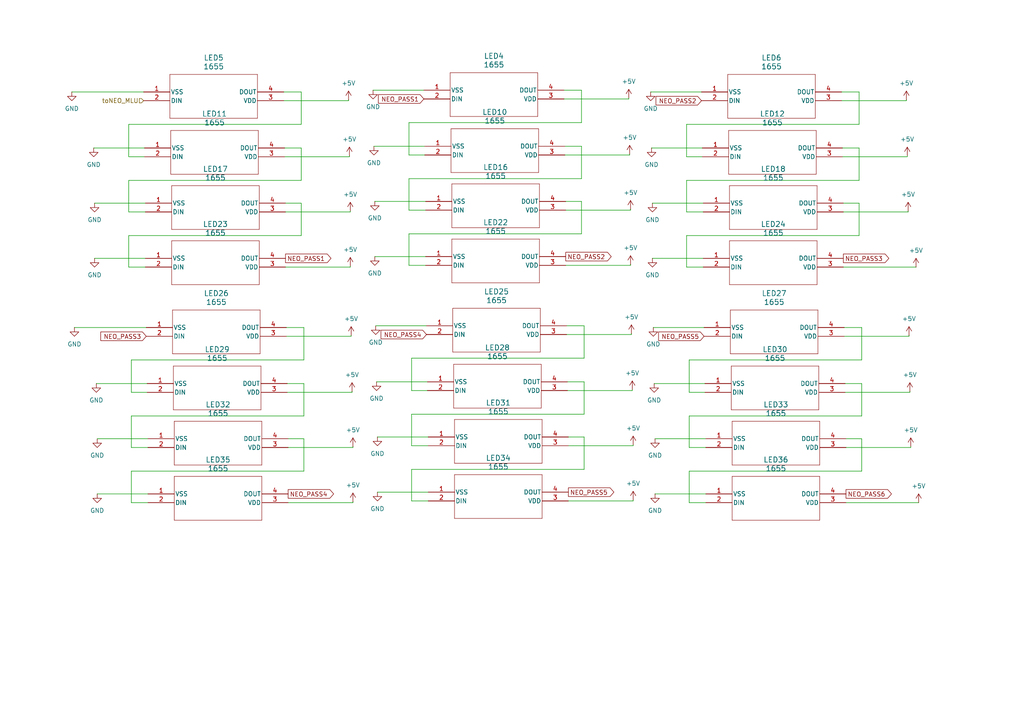
<source format=kicad_sch>
(kicad_sch (version 20231120) (generator "eeschema") (generator_version "8.0")
  (paper "A4")
  (lib_symbols
    (symbol "1655_1" (pin_names (offset 0.254))
      (property "Reference" "LED" (at 20.32 10.16 0))
      (property "Value" "1655" (at 20.32 7.62 0))
      (symbol "1655_1_0_1"
        (polyline (pts (xy 7.62 -7.62) (xy 33.02 -7.62)) (stroke (width 0.127)))
        (polyline (pts (xy 7.62 5.08) (xy 7.62 -7.62)) (stroke (width 0.127)))
        (polyline (pts (xy 33.02 -7.62) (xy 33.02 5.08)) (stroke (width 0.127)))
        (polyline (pts (xy 33.02 5.08) (xy 7.62 5.08)) (stroke (width 0.127)))
      )
      (symbol "1655_1_1_1"
        (pin unspecified line (at 0 0 0) (length 7.62) (name "VSS") (number "1"))
        (pin unspecified line (at 0 -2.54 0) (length 7.62) (name "DIN") (number "2"))
        (pin unspecified line (at 40.64 -2.54 180) (length 7.62) (name "VDD") (number "3"))
        (pin unspecified line (at 40.64 0 180) (length 7.62) (name "DOUT") (number "4"))
      )
    )
    (symbol "power:+5V" (power) (pin_numbers hide) (pin_names (offset 0) hide)
      (property "Value" "+5V" (at 0 3.556 0))
      (symbol "+5V_0_1"
        (polyline (pts (xy -0.762 1.27) (xy 0 2.54)))
        (polyline (pts (xy 0 0) (xy 0 2.54)))
        (polyline (pts (xy 0 2.54) (xy 0.762 1.27)))
      )
      (symbol "+5V_1_1"
        (pin power_in line (at 0 0 90) (length 0) (name "~") (number "1"))
      )
    )
    (symbol "power:GND" (power) (pin_numbers hide) (pin_names (offset 0) hide)
      (property "Value" "GND" (at 0 -3.81 0))
      (symbol "GND_0_1"
        (polyline (pts (xy 0 0) (xy 0 -1.27) (xy 1.27 -1.27) (xy 0 -2.54) (xy -1.27 -1.27) (xy 0 -1.27)))
      )
      (symbol "GND_1_1"
        (pin power_in line (at 0 0 270) (length 0) (name "~") (number "1"))
      )
    )
  )
  (wire (pts (xy 119.38 113.284) (xy 123.952 113.284)))
  (wire (pts (xy 183.642 145.034) (xy 183.642 145.288)))
  (wire (pts (xy 182.626 44.704) (xy 182.626 44.958)))
  (wire (pts (xy 168.656 51.816) (xy 118.618 51.816)))
  (wire (pts (xy 82.804 58.928) (xy 87.376 58.928)))
  (wire (pts (xy 387.858 55.118) (xy 402.59 55.118)))
  (wire (pts (xy 101.346 45.212) (xy 101.346 45.466)))
  (wire (pts (xy 169.418 103.886) (xy 119.38 103.886)))
  (wire (pts (xy 544.83 74.168) (xy 523.748 74.168)))
  (wire (pts (xy 244.348 42.926) (xy 249.174 42.926)))
  (wire (pts (xy 183.642 129.032) (xy 183.642 129.286)))
  (wire (pts (xy 468.376 71.628) (xy 483.108 71.628)))
  (wire (pts (xy 462.026 57.658) (xy 443.23 57.658)))
  (wire (pts (xy 199.898 120.65) (xy 199.898 129.794)))
  (wire (pts (xy 183.388 113.03) (xy 183.388 113.284)))
  (wire (pts (xy 182.88 76.962) (xy 164.084 76.962)))
  (wire (pts (xy 264.16 129.54) (xy 264.16 129.794)))
  (wire (pts (xy 249.174 26.67) (xy 249.174 36.068)))
  (wire (pts (xy 461.772 41.402) (xy 461.772 41.656)))
  (wire (pts (xy 380.746 73.914) (xy 380.746 74.168)))
  (wire (pts (xy 461.772 41.656) (xy 442.976 41.656)))
  (wire (pts (xy 316.484 58.166) (xy 321.31 58.166)))
  (wire (pts (xy 164.084 58.42) (xy 168.656 58.42)))
  (wire (pts (xy 478.282 49.022) (xy 478.282 58.166)))
  (wire (pts (xy 397.764 32.258) (xy 397.764 41.656)))
  (wire (pts (xy 316.484 42.164) (xy 321.056 42.164)))
  (wire (pts (xy 88.138 104.394) (xy 38.1 104.394)))
  (wire (pts (xy 263.398 61.214) (xy 263.398 61.468)))
  (wire (pts (xy 299.974 23.368) (xy 320.802 23.368)))
  (wire (pts (xy 462.026 57.404) (xy 462.026 57.658)))
  (wire (pts (xy 189.992 127.254) (xy 204.724 127.254)))
  (wire (pts (xy 182.88 76.708) (xy 182.88 76.962)))
  (wire (pts (xy 82.55 42.926) (xy 87.376 42.926)))
  (wire (pts (xy 119.38 120.142) (xy 119.38 129.286)))
  (wire (pts (xy 189.23 74.93) (xy 203.962 74.93)))
  (wire (pts (xy 366.522 55.626) (xy 366.522 65.024)))
  (wire (pts (xy 249.174 26.67) (xy 244.094 26.67)))
  (wire (pts (xy 108.204 26.162) (xy 122.936 26.162)))
  (wire (pts (xy 164.592 110.744) (xy 169.418 110.744)))
  (wire (pts (xy 462.026 73.406) (xy 462.026 73.66)))
  (wire (pts (xy 37.338 52.324) (xy 37.338 61.468)))
  (wire (pts (xy 169.418 94.488) (xy 169.418 103.886)))
  (wire (pts (xy 88.138 120.65) (xy 38.1 120.65)))
  (wire (pts (xy 20.828 26.67) (xy 41.656 26.67)))
  (wire (pts (xy 397.764 41.656) (xy 402.336 41.656)))
  (wire (pts (xy 119.38 103.886) (xy 119.38 113.284)))
  (wire (pts (xy 263.906 113.792) (xy 245.11 113.792)))
  (wire (pts (xy 316.484 65.024) (xy 316.484 74.168)))
  (wire (pts (xy 199.898 129.794) (xy 204.724 129.794)))
  (wire (pts (xy 183.642 145.288) (xy 164.846 145.288)))
  (wire (pts (xy 316.484 74.168) (xy 321.31 74.168)))
  (wire (pts (xy 262.89 28.956) (xy 262.89 29.21)))
  (wire (pts (xy 199.136 36.068) (xy 199.136 45.466)))
  (wire (pts (xy 28.194 127.254) (xy 42.926 127.254)))
  (wire (pts (xy 306.578 71.628) (xy 321.31 71.628)))
  (wire (pts (xy 542.036 25.908) (xy 523.24 25.908)))
  (wire (pts (xy 199.898 113.792) (xy 204.47 113.792)))
  (wire (pts (xy 168.656 35.56) (xy 118.618 35.56)))
  (wire (pts (xy 87.376 36.068) (xy 37.338 36.068)))
  (wire (pts (xy 88.138 136.652) (xy 38.1 136.652)))
  (wire (pts (xy 366.522 32.766) (xy 316.484 32.766)))
  (wire (pts (xy 542.544 58.166) (xy 523.748 58.166)))
  (wire (pts (xy 249.936 120.65) (xy 199.898 120.65)))
  (wire (pts (xy 164.846 126.746) (xy 169.418 126.746)))
  (wire (pts (xy 101.346 45.466) (xy 82.55 45.466)))
  (wire (pts (xy 101.854 97.282) (xy 101.854 97.536)))
  (wire (pts (xy 447.802 39.116) (xy 447.802 48.514)))
  (wire (pts (xy 447.802 55.118) (xy 447.802 64.516)))
  (wire (pts (xy 306.578 55.626) (xy 321.31 55.626)))
  (wire (pts (xy 523.748 55.626) (xy 528.32 55.626)))
  (wire (pts (xy 265.684 77.47) (xy 244.602 77.47)))
  (wire (pts (xy 442.976 39.116) (xy 447.802 39.116)))
  (wire (pts (xy 38.1 120.65) (xy 38.1 129.794)))
  (wire (pts (xy 37.338 68.326) (xy 37.338 77.47)))
  (wire (pts (xy 21.59 94.996) (xy 42.418 94.996)))
  (wire (pts (xy 366.522 39.624) (xy 366.522 49.022)))
  (wire (pts (xy 88.138 111.252) (xy 88.138 120.65)))
  (wire (pts (xy 528.32 65.024) (xy 478.282 65.024)))
  (wire (pts (xy 169.418 136.144) (xy 119.38 136.144)))
  (wire (pts (xy 183.642 129.286) (xy 164.846 129.286)))
  (wire (pts (xy 263.906 113.538) (xy 263.906 113.792)))
  (wire (pts (xy 249.936 136.652) (xy 199.898 136.652)))
  (wire (pts (xy 478.282 32.766) (xy 478.282 42.164)))
  (wire (pts (xy 118.618 76.962) (xy 123.444 76.962)))
  (wire (pts (xy 37.338 77.47) (xy 42.164 77.47)))
  (wire (pts (xy 366.522 23.368) (xy 361.442 23.368)))
  (wire (pts (xy 199.136 77.47) (xy 203.962 77.47)))
  (wire (pts (xy 199.898 136.652) (xy 199.898 145.796)))
  (wire (pts (xy 249.936 94.996) (xy 249.936 104.394)))
  (wire (pts (xy 38.1 104.394) (xy 38.1 113.792)))
  (wire (pts (xy 366.522 23.368) (xy 366.522 32.766)))
  (wire (pts (xy 468.122 39.624) (xy 482.854 39.624)))
  (wire (pts (xy 168.656 67.818) (xy 118.618 67.818)))
  (wire (pts (xy 380.746 74.168) (xy 361.95 74.168)))
  (wire (pts (xy 102.362 145.796) (xy 83.566 145.796)))
  (wire (pts (xy 397.764 73.66) (xy 402.59 73.66)))
  (wire (pts (xy 249.174 52.324) (xy 199.136 52.324)))
  (wire (pts (xy 523.494 39.624) (xy 528.32 39.624)))
  (wire (pts (xy 397.764 57.658) (xy 402.59 57.658)))
  (wire (pts (xy 169.418 120.142) (xy 119.38 120.142)))
  (wire (pts (xy 101.854 97.536) (xy 83.058 97.536)))
  (wire (pts (xy 249.174 36.068) (xy 199.136 36.068)))
  (wire (pts (xy 380.492 41.91) (xy 380.492 42.164)))
  (wire (pts (xy 37.338 45.466) (xy 41.91 45.466)))
  (wire (pts (xy 387.35 22.86) (xy 402.082 22.86)))
  (wire (pts (xy 101.092 29.21) (xy 82.296 29.21)))
  (wire (pts (xy 189.738 111.252) (xy 204.47 111.252)))
  (wire (pts (xy 101.6 77.47) (xy 82.804 77.47)))
  (wire (pts (xy 387.858 71.12) (xy 402.59 71.12)))
  (wire (pts (xy 528.32 55.626) (xy 528.32 65.024)))
  (wire (pts (xy 118.618 67.818) (xy 118.618 76.962)))
  (wire (pts (xy 38.1 136.652) (xy 38.1 145.796)))
  (wire (pts (xy 380.492 42.164) (xy 361.696 42.164)))
  (wire (pts (xy 306.324 39.624) (xy 321.056 39.624)))
  (wire (pts (xy 542.29 42.164) (xy 523.494 42.164)))
  (wire (pts (xy 528.32 49.022) (xy 478.282 49.022)))
  (wire (pts (xy 108.458 42.418) (xy 123.19 42.418)))
  (wire (pts (xy 119.38 129.286) (xy 124.206 129.286)))
  (wire (pts (xy 28.194 143.256) (xy 42.926 143.256)))
  (wire (pts (xy 478.282 42.164) (xy 482.854 42.164)))
  (wire (pts (xy 118.618 35.56) (xy 118.618 44.958)))
  (wire (pts (xy 183.134 97.028) (xy 164.338 97.028)))
  (wire (pts (xy 263.652 97.536) (xy 244.856 97.536)))
  (wire (pts (xy 478.282 74.168) (xy 483.108 74.168)))
  (wire (pts (xy 249.936 94.996) (xy 244.856 94.996)))
  (wire (pts (xy 263.144 45.212) (xy 263.144 45.466)))
  (wire (pts (xy 249.174 42.926) (xy 249.174 52.324)))
  (wire (pts (xy 528.32 23.368) (xy 523.24 23.368)))
  (wire (pts (xy 108.966 94.488) (xy 123.698 94.488)))
  (wire (pts (xy 102.362 129.794) (xy 83.566 129.794)))
  (wire (pts (xy 263.652 97.282) (xy 263.652 97.536)))
  (wire (pts (xy 443.23 55.118) (xy 447.802 55.118)))
  (wire (pts (xy 249.936 111.252) (xy 249.936 120.65)))
  (wire (pts (xy 119.38 145.288) (xy 124.206 145.288)))
  (wire (pts (xy 542.544 57.912) (xy 542.544 58.166)))
  (wire (pts (xy 245.11 111.252) (xy 249.936 111.252)))
  (wire (pts (xy 182.626 44.958) (xy 163.83 44.958)))
  (wire (pts (xy 182.372 28.702) (xy 163.576 28.702)))
  (wire (pts (xy 249.936 104.394) (xy 199.898 104.394)))
  (wire (pts (xy 119.38 136.144) (xy 119.38 145.288)))
  (wire (pts (xy 109.22 110.744) (xy 123.952 110.744)))
  (wire (pts (xy 83.312 111.252) (xy 88.138 111.252)))
  (wire (pts (xy 266.446 145.796) (xy 245.364 145.796)))
  (wire (pts (xy 264.16 129.794) (xy 245.364 129.794)))
  (wire (pts (xy 27.94 111.252) (xy 42.672 111.252)))
  (wire (pts (xy 199.136 45.466) (xy 203.708 45.466)))
  (wire (pts (xy 397.764 48.514) (xy 397.764 57.658)))
  (wire (pts (xy 27.432 74.93) (xy 42.164 74.93)))
  (wire (pts (xy 189.992 143.256) (xy 204.724 143.256)))
  (wire (pts (xy 380.746 58.166) (xy 361.95 58.166)))
  (wire (pts (xy 169.418 126.746) (xy 169.418 136.144)))
  (wire (pts (xy 183.388 113.284) (xy 164.592 113.284)))
  (wire (pts (xy 361.696 39.624) (xy 366.522 39.624)))
  (wire (pts (xy 169.418 94.488) (xy 164.338 94.488)))
  (wire (pts (xy 108.712 58.42) (xy 123.444 58.42)))
  (wire (pts (xy 199.136 68.326) (xy 199.136 77.47)))
  (wire (pts (xy 87.376 26.67) (xy 82.296 26.67)))
  (wire (pts (xy 38.1 113.792) (xy 42.672 113.792)))
  (wire (pts (xy 168.656 42.418) (xy 168.656 51.816)))
  (wire (pts (xy 88.138 94.996) (xy 88.138 104.394)))
  (wire (pts (xy 542.036 25.654) (xy 542.036 25.908)))
  (wire (pts (xy 168.656 58.42) (xy 168.656 67.818)))
  (wire (pts (xy 87.376 42.926) (xy 87.376 52.324)))
  (wire (pts (xy 199.136 61.468) (xy 203.962 61.468)))
  (wire (pts (xy 447.802 48.514) (xy 397.764 48.514)))
  (wire (pts (xy 189.484 94.996) (xy 204.216 94.996)))
  (wire (pts (xy 109.474 126.746) (xy 124.206 126.746)))
  (wire (pts (xy 188.722 26.67) (xy 203.454 26.67)))
  (wire (pts (xy 380.746 57.912) (xy 380.746 58.166)))
  (wire (pts (xy 316.484 49.022) (xy 316.484 58.166)))
  (wire (pts (xy 188.976 42.926) (xy 203.708 42.926)))
  (wire (pts (xy 199.898 145.796) (xy 204.724 145.796)))
  (wire (pts (xy 101.6 77.216) (xy 101.6 77.47)))
  (wire (pts (xy 27.432 58.928) (xy 42.164 58.928)))
  (wire (pts (xy 118.618 44.958) (xy 123.19 44.958)))
  (wire (pts (xy 447.802 32.258) (xy 397.764 32.258)))
  (wire (pts (xy 102.362 145.542) (xy 102.362 145.796)))
  (wire (pts (xy 397.764 64.516) (xy 397.764 73.66)))
  (wire (pts (xy 447.802 64.516) (xy 397.764 64.516)))
  (wire (pts (xy 249.174 58.928) (xy 249.174 68.326)))
  (wire (pts (xy 182.88 60.96) (xy 164.084 60.96)))
  (wire (pts (xy 168.656 26.162) (xy 163.576 26.162)))
  (wire (pts (xy 38.1 129.794) (xy 42.926 129.794)))
  (wire (pts (xy 468.376 55.626) (xy 483.108 55.626)))
  (wire (pts (xy 182.88 60.706) (xy 182.88 60.96)))
  (wire (pts (xy 102.362 129.54) (xy 102.362 129.794)))
  (wire (pts (xy 87.376 26.67) (xy 87.376 36.068)))
  (wire (pts (xy 38.1 145.796) (xy 42.926 145.796)))
  (wire (pts (xy 199.136 52.324) (xy 199.136 61.468)))
  (wire (pts (xy 462.026 73.66) (xy 443.23 73.66)))
  (wire (pts (xy 87.376 52.324) (xy 37.338 52.324)))
  (wire (pts (xy 102.108 113.792) (xy 83.312 113.792)))
  (wire (pts (xy 101.6 61.214) (xy 101.6 61.468)))
  (wire (pts (xy 169.418 110.744) (xy 169.418 120.142)))
  (wire (pts (xy 101.6 61.468) (xy 82.804 61.468)))
  (wire (pts (xy 88.138 94.996) (xy 83.058 94.996)))
  (wire (pts (xy 87.376 68.326) (xy 37.338 68.326)))
  (wire (pts (xy 380.238 25.908) (xy 361.442 25.908)))
  (wire (pts (xy 467.868 23.368) (xy 482.6 23.368)))
  (wire (pts (xy 528.32 23.368) (xy 528.32 32.766)))
  (wire (pts (xy 244.602 58.928) (xy 249.174 58.928)))
  (wire (pts (xy 461.518 25.146) (xy 461.518 25.4)))
  (wire (pts (xy 528.32 32.766) (xy 478.282 32.766)))
  (wire (pts (xy 245.364 127.254) (xy 249.936 127.254)))
  (wire (pts (xy 461.518 25.4) (xy 442.722 25.4)))
  (wire (pts (xy 447.802 22.86) (xy 442.722 22.86)))
  (wire (pts (xy 447.802 22.86) (xy 447.802 32.258)))
  (wire (pts (xy 199.898 104.394) (xy 199.898 113.792)))
  (wire (pts (xy 83.566 127.254) (xy 88.138 127.254)))
  (wire (pts (xy 478.282 65.024) (xy 478.282 74.168)))
  (wire (pts (xy 366.522 65.024) (xy 316.484 65.024)))
  (wire (pts (xy 249.174 68.326) (xy 199.136 68.326)))
  (wire (pts (xy 263.398 61.468) (xy 244.602 61.468)))
  (wire (pts (xy 118.618 51.816) (xy 118.618 60.96)))
  (wire (pts (xy 316.484 32.766) (xy 316.484 42.164)))
  (wire (pts (xy 361.95 55.626) (xy 366.522 55.626)))
  (wire (pts (xy 101.092 28.956) (xy 101.092 29.21)))
  (wire (pts (xy 366.522 49.022) (xy 316.484 49.022)))
  (wire (pts (xy 263.144 45.466) (xy 244.348 45.466)))
  (wire (pts (xy 87.376 58.928) (xy 87.376 68.326)))
  (wire (pts (xy 262.89 29.21) (xy 244.094 29.21)))
  (wire (pts (xy 102.108 113.538) (xy 102.108 113.792)))
  (wire (pts (xy 478.282 58.166) (xy 483.108 58.166)))
  (wire (pts (xy 168.656 26.162) (xy 168.656 35.56)))
  (wire (pts (xy 118.618 60.96) (xy 123.444 60.96)))
  (wire (pts (xy 37.338 61.468) (xy 42.164 61.468)))
  (wire (pts (xy 542.29 41.91) (xy 542.29 42.164)))
  (wire (pts (xy 182.372 28.448) (xy 182.372 28.702)))
  (wire (pts (xy 108.712 74.422) (xy 123.444 74.422)))
  (wire (pts (xy 88.138 127.254) (xy 88.138 136.652)))
  (wire (pts (xy 387.604 39.116) (xy 402.336 39.116)))
  (wire (pts (xy 183.134 96.774) (xy 183.134 97.028)))
  (wire (pts (xy 27.178 42.926) (xy 41.91 42.926)))
  (wire (pts (xy 189.23 58.928) (xy 203.962 58.928)))
  (wire (pts (xy 528.32 39.624) (xy 528.32 49.022)))
  (wire (pts (xy 163.83 42.418) (xy 168.656 42.418)))
  (wire (pts (xy 37.338 36.068) (xy 37.338 45.466)))
  (wire (pts (xy 109.474 142.748) (xy 124.206 142.748)))
  (wire (pts (xy 380.238 25.654) (xy 380.238 25.908)))
  (wire (pts (xy 249.936 127.254) (xy 249.936 136.652)))
  (global_label "NEO_PASS5" (shape output) (at 164.846 142.748 0) (property "Intersheetrefs" "${INTERSHEET_REFS}" (effects (hide yes))))
  (global_label "NEO_PASS7" (shape input) (at 402.082 25.4 180) (property "Intersheetrefs" "${INTERSHEET_REFS}" (effects (hide yes))))
  (global_label "NEO_PASS2" (shape output) (at 164.084 74.422 0) (property "Intersheetrefs" "${INTERSHEET_REFS}" (effects (hide yes))))
  (global_label "NEO_PASS1" (shape output) (at 82.804 74.93 0) (property "Intersheetrefs" "${INTERSHEET_REFS}" (effects (hide yes))))
  (global_label "NEO_PASS7" (shape output) (at 361.95 71.628 0) (property "Intersheetrefs" "${INTERSHEET_REFS}" (effects (hide yes))))
  (global_label "NEO_PASS2" (shape input) (at 203.454 29.21 180) (property "Intersheetrefs" "${INTERSHEET_REFS}" (effects (hide yes))))
  (global_label "NEO_PASS8" (shape output) (at 443.23 71.12 0) (property "Intersheetrefs" "${INTERSHEET_REFS}" (effects (hide yes))))
  (global_label "NEO_PASS4" (shape output) (at 83.566 143.256 0) (property "Intersheetrefs" "${INTERSHEET_REFS}" (effects (hide yes))))
  (global_label "NEO_PASS3" (shape output) (at 244.602 74.93 0) (property "Intersheetrefs" "${INTERSHEET_REFS}" (effects (hide yes))))
  (global_label "NEO_PASS6" (shape output) (at 245.364 143.256 0) (property "Intersheetrefs" "${INTERSHEET_REFS}" (effects (hide yes))))
  (global_label "NEO_PASS4" (shape input) (at 123.698 97.028 180) (property "Intersheetrefs" "${INTERSHEET_REFS}" (effects (hide yes))))
  (global_label "NEO_PASS8" (shape input) (at 482.6 25.908 180) (property "Intersheetrefs" "${INTERSHEET_REFS}" (effects (hide yes))))
  (global_label "NEO_PASS1" (shape input) (at 122.936 28.702 180) (property "Intersheetrefs" "${INTERSHEET_REFS}" (effects (hide yes))))
  (global_label "NEO_PASS5" (shape input) (at 204.216 97.536 180) (property "Intersheetrefs" "${INTERSHEET_REFS}" (effects (hide yes))))
  (global_label "NEO_PASS3" (shape input) (at 42.418 97.536 180) (property "Intersheetrefs" "${INTERSHEET_REFS}" (effects (hide yes))))
  (global_label "NEO_PASS6" (shape input) (at 320.802 25.908 180) (property "Intersheetrefs" "${INTERSHEET_REFS}" (effects (hide yes))))
  (hierarchical_label "toNEO_MLU" (shape input) (at 41.656 29.21 180))
  (hierarchical_label "outNEO_MLU" (shape output) (at 523.748 71.628 0))
  (symbol (lib_id "power:+5V") (at 183.388 113.03 0) (unit 1)
    (property "Reference" "#PWR0122" (effects (hide yes)))
    (property "Value" "+5V" (at 183.388 108.204 0))
    (property "Description" "Power symbol creates a global label with name \"+5V\"" (effects (hide yes)))
  )
  (symbol (lib_id "power:GND") (at 468.376 55.626 0) (unit 1)
    (property "Reference" "#PWR091" (effects (hide yes)))
    (property "Value" "GND" (at 468.376 60.452 0))
    (property "Description" "Power symbol creates a global label with name \"GND\" , ground" (effects (hide yes)))
  )
  (symbol (lib_name "1655_1") (lib_id "Imported_Symbols:1655") (at 402.59 55.118 0) (unit 1)
    (property "Reference" "LED13" (at 422.91 45.212 0) (effects (font (size 1.524 1.524))))
    (property "Value" "1655" (at 422.91 47.752 0) (effects (font (size 1.524 1.524))))
    (property "Footprint" "LED_SMD:LED_LiteOn_LTST-E563C_PLCC4_5.0x5.0mm_P3.2mm_HandSoldering" (effects (hide yes)))
    (property "Datasheet" "1655" (effects (hide yes)))
  )
  (symbol (lib_name "1655_1") (lib_id "Imported_Symbols:1655") (at 321.31 71.628 0) (unit 1)
    (property "Reference" "LED20" (at 341.63 61.722 0) (effects (font (size 1.524 1.524))))
    (property "Value" "1655" (at 341.63 64.262 0) (effects (font (size 1.524 1.524))))
    (property "Footprint" "LED_SMD:LED_LiteOn_LTST-E563C_PLCC4_5.0x5.0mm_P3.2mm_HandSoldering" (effects (hide yes)))
    (property "Datasheet" "1655" (effects (hide yes)))
  )
  (symbol (lib_id "power:GND") (at 108.712 58.42 0) (unit 1)
    (property "Reference" "#PWR095" (effects (hide yes)))
    (property "Value" "GND" (at 108.712 63.246 0))
    (property "Description" "Power symbol creates a global label with name \"GND\" , ground" (effects (hide yes)))
  )
  (symbol (lib_name "1655_1") (lib_id "Imported_Symbols:1655") (at 124.206 142.748 0) (unit 1)
    (property "Reference" "LED34" (at 144.526 132.842 0) (effects (font (size 1.524 1.524))))
    (property "Value" "1655" (at 144.526 135.382 0) (effects (font (size 1.524 1.524))))
    (property "Footprint" "LED_SMD:LED_LiteOn_LTST-E563C_PLCC4_5.0x5.0mm_P3.2mm_HandSoldering" (effects (hide yes)))
    (property "Datasheet" "1655" (effects (hide yes)))
  )
  (symbol (lib_id "power:+5V") (at 380.492 41.91 0) (unit 1)
    (property "Reference" "#PWR081" (effects (hide yes)))
    (property "Value" "+5V" (at 380.492 37.084 0))
    (property "Description" "Power symbol creates a global label with name \"+5V\"" (effects (hide yes)))
  )
  (symbol (lib_name "1655_1") (lib_id "Imported_Symbols:1655") (at 42.926 143.256 0) (unit 1)
    (property "Reference" "LED35" (at 63.246 133.35 0) (effects (font (size 1.524 1.524))))
    (property "Value" "1655" (at 63.246 135.89 0) (effects (font (size 1.524 1.524))))
    (property "Footprint" "LED_SMD:LED_LiteOn_LTST-E563C_PLCC4_5.0x5.0mm_P3.2mm_HandSoldering" (effects (hide yes)))
    (property "Datasheet" "1655" (effects (hide yes)))
  )
  (symbol (lib_name "1655_1") (lib_id "Imported_Symbols:1655") (at 204.724 127.254 0) (unit 1)
    (property "Reference" "LED33" (at 225.044 117.348 0) (effects (font (size 1.524 1.524))))
    (property "Value" "1655" (at 225.044 119.888 0) (effects (font (size 1.524 1.524))))
    (property "Footprint" "LED_SMD:LED_LiteOn_LTST-E563C_PLCC4_5.0x5.0mm_P3.2mm_HandSoldering" (effects (hide yes)))
    (property "Datasheet" "1655" (effects (hide yes)))
  )
  (symbol (lib_name "1655_1") (lib_id "Imported_Symbols:1655") (at 124.206 126.746 0) (unit 1)
    (property "Reference" "LED31" (at 144.526 116.84 0) (effects (font (size 1.524 1.524))))
    (property "Value" "1655" (at 144.526 119.38 0) (effects (font (size 1.524 1.524))))
    (property "Footprint" "LED_SMD:LED_LiteOn_LTST-E563C_PLCC4_5.0x5.0mm_P3.2mm_HandSoldering" (effects (hide yes)))
    (property "Datasheet" "1655" (effects (hide yes)))
  )
  (symbol (lib_id "power:GND") (at 28.194 127.254 0) (unit 1)
    (property "Reference" "#PWR0126" (effects (hide yes)))
    (property "Value" "GND" (at 28.194 132.08 0))
    (property "Description" "Power symbol creates a global label with name \"GND\" , ground" (effects (hide yes)))
  )
  (symbol (lib_id "power:+5V") (at 182.88 60.706 0) (unit 1)
    (property "Reference" "#PWR098" (effects (hide yes)))
    (property "Value" "+5V" (at 182.88 55.88 0))
    (property "Description" "Power symbol creates a global label with name \"+5V\"" (effects (hide yes)))
  )
  (symbol (lib_name "1655_1") (lib_id "Imported_Symbols:1655") (at 321.31 55.626 0) (unit 1)
    (property "Reference" "LED14" (at 341.63 45.72 0) (effects (font (size 1.524 1.524))))
    (property "Value" "1655" (at 341.63 48.26 0) (effects (font (size 1.524 1.524))))
    (property "Footprint" "LED_SMD:LED_LiteOn_LTST-E563C_PLCC4_5.0x5.0mm_P3.2mm_HandSoldering" (effects (hide yes)))
    (property "Datasheet" "1655" (effects (hide yes)))
  )
  (symbol (lib_name "1655_1") (lib_id "Imported_Symbols:1655") (at 123.952 110.744 0) (unit 1)
    (property "Reference" "LED28" (at 144.272 100.838 0) (effects (font (size 1.524 1.524))))
    (property "Value" "1655" (at 144.272 103.378 0) (effects (font (size 1.524 1.524))))
    (property "Footprint" "LED_SMD:LED_LiteOn_LTST-E563C_PLCC4_5.0x5.0mm_P3.2mm_HandSoldering" (effects (hide yes)))
    (property "Datasheet" "1655" (effects (hide yes)))
  )
  (symbol (lib_id "power:GND") (at 189.992 127.254 0) (unit 1)
    (property "Reference" "#PWR0127" (effects (hide yes)))
    (property "Value" "GND" (at 189.992 132.08 0))
    (property "Description" "Power symbol creates a global label with name \"GND\" , ground" (effects (hide yes)))
  )
  (symbol (lib_id "power:GND") (at 189.992 143.256 0) (unit 1)
    (property "Reference" "#PWR0133" (effects (hide yes)))
    (property "Value" "GND" (at 189.992 148.082 0))
    (property "Description" "Power symbol creates a global label with name \"GND\" , ground" (effects (hide yes)))
  )
  (symbol (lib_id "power:GND") (at 108.712 74.422 0) (unit 1)
    (property "Reference" "#PWR0107" (effects (hide yes)))
    (property "Value" "GND" (at 108.712 79.248 0))
    (property "Description" "Power symbol creates a global label with name \"GND\" , ground" (effects (hide yes)))
  )
  (symbol (lib_id "power:+5V") (at 102.362 145.542 0) (unit 1)
    (property "Reference" "#PWR0135" (effects (hide yes)))
    (property "Value" "+5V" (at 102.362 140.716 0))
    (property "Description" "Power symbol creates a global label with name \"+5V\"" (effects (hide yes)))
  )
  (symbol (lib_id "power:GND") (at 27.94 111.252 0) (unit 1)
    (property "Reference" "#PWR0120" (effects (hide yes)))
    (property "Value" "GND" (at 27.94 116.078 0))
    (property "Description" "Power symbol creates a global label with name \"GND\" , ground" (effects (hide yes)))
  )
  (symbol (lib_name "1655_1") (lib_id "Imported_Symbols:1655") (at 482.854 39.624 0) (unit 1)
    (property "Reference" "LED9" (at 503.174 29.718 0) (effects (font (size 1.524 1.524))))
    (property "Value" "1655" (at 503.174 32.258 0) (effects (font (size 1.524 1.524))))
    (property "Footprint" "LED_SMD:LED_LiteOn_LTST-E563C_PLCC4_5.0x5.0mm_P3.2mm_HandSoldering" (effects (hide yes)))
    (property "Datasheet" "1655" (effects (hide yes)))
  )
  (symbol (lib_id "power:+5V") (at 544.83 74.168 0) (unit 1)
    (property "Reference" "#PWR0106" (effects (hide yes)))
    (property "Value" "+5V" (at 544.83 69.342 0))
    (property "Description" "Power symbol creates a global label with name \"+5V\"" (effects (hide yes)))
  )
  (symbol (lib_id "power:GND") (at 387.35 22.86 0) (unit 1)
    (property "Reference" "#PWR065" (effects (hide yes)))
    (property "Value" "GND" (at 387.35 27.686 0))
    (property "Description" "Power symbol creates a global label with name \"GND\" , ground" (effects (hide yes)))
  )
  (symbol (lib_id "power:GND") (at 21.59 94.996 0) (unit 1)
    (property "Reference" "#PWR0114" (effects (hide yes)))
    (property "Value" "GND" (at 21.59 99.822 0))
    (property "Description" "Power symbol creates a global label with name \"GND\" , ground" (effects (hide yes)))
  )
  (symbol (lib_id "power:GND") (at 108.204 26.162 0) (unit 1)
    (property "Reference" "#PWR071" (effects (hide yes)))
    (property "Value" "GND" (at 108.204 30.988 0))
    (property "Description" "Power symbol creates a global label with name \"GND\" , ground" (effects (hide yes)))
  )
  (symbol (lib_id "power:GND") (at 108.458 42.418 0) (unit 1)
    (property "Reference" "#PWR083" (effects (hide yes)))
    (property "Value" "GND" (at 108.458 47.244 0))
    (property "Description" "Power symbol creates a global label with name \"GND\" , ground" (effects (hide yes)))
  )
  (symbol (lib_id "power:GND") (at 306.324 39.624 0) (unit 1)
    (property "Reference" "#PWR078" (effects (hide yes)))
    (property "Value" "GND" (at 306.324 44.45 0))
    (property "Description" "Power symbol creates a global label with name \"GND\" , ground" (effects (hide yes)))
  )
  (symbol (lib_id "power:+5V") (at 102.362 129.54 0) (unit 1)
    (property "Reference" "#PWR0129" (effects (hide yes)))
    (property "Value" "+5V" (at 102.362 124.714 0))
    (property "Description" "Power symbol creates a global label with name \"+5V\"" (effects (hide yes)))
  )
  (symbol (lib_id "power:GND") (at 189.738 111.252 0) (unit 1)
    (property "Reference" "#PWR0121" (effects (hide yes)))
    (property "Value" "GND" (at 189.738 116.078 0))
    (property "Description" "Power symbol creates a global label with name \"GND\" , ground" (effects (hide yes)))
  )
  (symbol (lib_id "power:GND") (at 299.974 23.368 0) (unit 1)
    (property "Reference" "#PWR066" (effects (hide yes)))
    (property "Value" "GND" (at 299.974 28.194 0))
    (property "Description" "Power symbol creates a global label with name \"GND\" , ground" (effects (hide yes)))
  )
  (symbol (lib_id "power:GND") (at 306.578 71.628 0) (unit 1)
    (property "Reference" "#PWR0102" (effects (hide yes)))
    (property "Value" "GND" (at 306.578 76.454 0))
    (property "Description" "Power symbol creates a global label with name \"GND\" , ground" (effects (hide yes)))
  )
  (symbol (lib_name "1655_1") (lib_id "Imported_Symbols:1655") (at 42.418 94.996 0) (unit 1)
    (property "Reference" "LED26" (at 62.738 85.09 0) (effects (font (size 1.524 1.524))))
    (property "Value" "1655" (at 62.738 87.63 0) (effects (font (size 1.524 1.524))))
    (property "Footprint" "LED_SMD:LED_LiteOn_LTST-E563C_PLCC4_5.0x5.0mm_P3.2mm_HandSoldering" (effects (hide yes)))
    (property "Datasheet" "1655" (effects (hide yes)))
  )
  (symbol (lib_id "power:+5V") (at 182.626 44.704 0) (unit 1)
    (property "Reference" "#PWR086" (effects (hide yes)))
    (property "Value" "+5V" (at 182.626 39.878 0))
    (property "Description" "Power symbol creates a global label with name \"+5V\"" (effects (hide yes)))
  )
  (symbol (lib_id "power:+5V") (at 462.026 57.404 0) (unit 1)
    (property "Reference" "#PWR092" (effects (hide yes)))
    (property "Value" "+5V" (at 462.026 52.578 0))
    (property "Description" "Power symbol creates a global label with name \"+5V\"" (effects (hide yes)))
  )
  (symbol (lib_id "power:+5V") (at 263.144 45.212 0) (unit 1)
    (property "Reference" "#PWR088" (effects (hide yes)))
    (property "Value" "+5V" (at 263.144 40.386 0))
    (property "Description" "Power symbol creates a global label with name \"+5V\"" (effects (hide yes)))
  )
  (symbol (lib_id "power:GND") (at 27.178 42.926 0) (unit 1)
    (property "Reference" "#PWR084" (effects (hide yes)))
    (property "Value" "GND" (at 27.178 47.752 0))
    (property "Description" "Power symbol creates a global label with name \"GND\" , ground" (effects (hide yes)))
  )
  (symbol (lib_id "power:GND") (at 306.578 55.626 0) (unit 1)
    (property "Reference" "#PWR090" (effects (hide yes)))
    (property "Value" "GND" (at 306.578 60.452 0))
    (property "Description" "Power symbol creates a global label with name \"GND\" , ground" (effects (hide yes)))
  )
  (symbol (lib_name "1655_1") (lib_id "Imported_Symbols:1655") (at 402.59 71.12 0) (unit 1)
    (property "Reference" "LED19" (at 422.91 61.214 0) (effects (font (size 1.524 1.524))))
    (property "Value" "1655" (at 422.91 63.754 0) (effects (font (size 1.524 1.524))))
    (property "Footprint" "LED_SMD:LED_LiteOn_LTST-E563C_PLCC4_5.0x5.0mm_P3.2mm_HandSoldering" (effects (hide yes)))
    (property "Datasheet" "1655" (effects (hide yes)))
  )
  (symbol (lib_id "power:GND") (at 387.604 39.116 0) (unit 1)
    (property "Reference" "#PWR077" (effects (hide yes)))
    (property "Value" "GND" (at 387.604 43.942 0))
    (property "Description" "Power symbol creates a global label with name \"GND\" , ground" (effects (hide yes)))
  )
  (symbol (lib_name "1655_1") (lib_id "Imported_Symbols:1655") (at 123.444 74.422 0) (unit 1)
    (property "Reference" "LED22" (at 143.764 64.516 0) (effects (font (size 1.524 1.524))))
    (property "Value" "1655" (at 143.764 67.056 0) (effects (font (size 1.524 1.524))))
    (property "Footprint" "LED_SMD:LED_LiteOn_LTST-E563C_PLCC4_5.0x5.0mm_P3.2mm_HandSoldering" (effects (hide yes)))
    (property "Datasheet" "1655" (effects (hide yes)))
  )
  (symbol (lib_name "1655_1") (lib_id "Imported_Symbols:1655") (at 204.47 111.252 0) (unit 1)
    (property "Reference" "LED30" (at 224.79 101.346 0) (effects (font (size 1.524 1.524))))
    (property "Value" "1655" (at 224.79 103.886 0) (effects (font (size 1.524 1.524))))
    (property "Footprint" "LED_SMD:LED_LiteOn_LTST-E563C_PLCC4_5.0x5.0mm_P3.2mm_HandSoldering" (effects (hide yes)))
    (property "Datasheet" "1655" (effects (hide yes)))
  )
  (symbol (lib_id "power:+5V") (at 380.238 25.654 0) (unit 1)
    (property "Reference" "#PWR069" (effects (hide yes)))
    (property "Value" "+5V" (at 380.238 20.828 0))
    (property "Description" "Power symbol creates a global label with name \"+5V\"" (effects (hide yes)))
  )
  (symbol (lib_id "power:+5V") (at 461.772 41.402 0) (unit 1)
    (property "Reference" "#PWR080" (effects (hide yes)))
    (property "Value" "+5V" (at 461.772 36.576 0))
    (property "Description" "Power symbol creates a global label with name \"+5V\"" (effects (hide yes)))
  )
  (symbol (lib_name "1655_1") (lib_id "Imported_Symbols:1655") (at 402.082 22.86 0) (unit 1)
    (property "Reference" "LED1" (at 422.402 12.954 0) (effects (font (size 1.524 1.524))))
    (property "Value" "1655" (at 422.402 15.494 0) (effects (font (size 1.524 1.524))))
    (property "Footprint" "LED_SMD:LED_LiteOn_LTST-E563C_PLCC4_5.0x5.0mm_P3.2mm_HandSoldering" (effects (hide yes)))
    (property "Datasheet" "1655" (effects (hide yes)))
  )
  (symbol (lib_id "power:GND") (at 189.23 74.93 0) (unit 1)
    (property "Reference" "#PWR0109" (effects (hide yes)))
    (property "Value" "GND" (at 189.23 79.756 0))
    (property "Description" "Power symbol creates a global label with name \"GND\" , ground" (effects (hide yes)))
  )
  (symbol (lib_id "power:+5V") (at 183.134 96.774 0) (unit 1)
    (property "Reference" "#PWR0116" (effects (hide yes)))
    (property "Value" "+5V" (at 183.134 91.948 0))
    (property "Description" "Power symbol creates a global label with name \"+5V\"" (effects (hide yes)))
  )
  (symbol (lib_id "power:GND") (at 27.432 74.93 0) (unit 1)
    (property "Reference" "#PWR0108" (effects (hide yes)))
    (property "Value" "GND" (at 27.432 79.756 0))
    (property "Description" "Power symbol creates a global label with name \"GND\" , ground" (effects (hide yes)))
  )
  (symbol (lib_id "power:+5V") (at 266.446 145.796 0) (unit 1)
    (property "Reference" "#PWR0136" (effects (hide yes)))
    (property "Value" "+5V" (at 266.446 140.97 0))
    (property "Description" "Power symbol creates a global label with name \"+5V\"" (effects (hide yes)))
  )
  (symbol (lib_id "power:+5V") (at 265.684 77.47 0) (unit 1)
    (property "Reference" "#PWR0112" (effects (hide yes)))
    (property "Value" "+5V" (at 265.684 72.644 0))
    (property "Description" "Power symbol creates a global label with name \"+5V\"" (effects (hide yes)))
  )
  (symbol (lib_id "power:GND") (at 108.966 94.488 0) (unit 1)
    (property "Reference" "#PWR0113" (effects (hide yes)))
    (property "Value" "GND" (at 108.966 99.314 0))
    (property "Description" "Power symbol creates a global label with name \"GND\" , ground" (effects (hide yes)))
  )
  (symbol (lib_name "1655_1") (lib_id "Imported_Symbols:1655") (at 123.19 42.418 0) (unit 1)
    (property "Reference" "LED10" (at 143.51 32.512 0) (effects (font (size 1.524 1.524))))
    (property "Value" "1655" (at 143.51 35.052 0) (effects (font (size 1.524 1.524))))
    (property "Footprint" "LED_SMD:LED_LiteOn_LTST-E563C_PLCC4_5.0x5.0mm_P3.2mm_HandSoldering" (effects (hide yes)))
    (property "Datasheet" "1655" (effects (hide yes)))
  )
  (symbol (lib_name "1655_1") (lib_id "Imported_Symbols:1655") (at 483.108 55.626 0) (unit 1)
    (property "Reference" "LED15" (at 503.428 45.72 0) (effects (font (size 1.524 1.524))))
    (property "Value" "1655" (at 503.428 48.26 0) (effects (font (size 1.524 1.524))))
    (property "Footprint" "LED_SMD:LED_LiteOn_LTST-E563C_PLCC4_5.0x5.0mm_P3.2mm_HandSoldering" (effects (hide yes)))
    (property "Datasheet" "1655" (effects (hide yes)))
  )
  (symbol (lib_id "power:+5V") (at 101.6 61.214 0) (unit 1)
    (property "Reference" "#PWR099" (effects (hide yes)))
    (property "Value" "+5V" (at 101.6 56.388 0))
    (property "Description" "Power symbol creates a global label with name \"+5V\"" (effects (hide yes)))
  )
  (symbol (lib_name "1655_1") (lib_id "Imported_Symbols:1655") (at 122.936 26.162 0) (unit 1)
    (property "Reference" "LED4" (at 143.256 16.256 0) (effects (font (size 1.524 1.524))))
    (property "Value" "1655" (at 143.256 18.796 0) (effects (font (size 1.524 1.524))))
    (property "Footprint" "LED_SMD:LED_LiteOn_LTST-E563C_PLCC4_5.0x5.0mm_P3.2mm_HandSoldering" (effects (hide yes)))
    (property "Datasheet" "1655" (effects (hide yes)))
  )
  (symbol (lib_id "power:+5V") (at 462.026 73.406 0) (unit 1)
    (property "Reference" "#PWR0104" (effects (hide yes)))
    (property "Value" "+5V" (at 462.026 68.58 0))
    (property "Description" "Power symbol creates a global label with name \"+5V\"" (effects (hide yes)))
  )
  (symbol (lib_id "power:GND") (at 189.484 94.996 0) (unit 1)
    (property "Reference" "#PWR0115" (effects (hide yes)))
    (property "Value" "GND" (at 189.484 99.822 0))
    (property "Description" "Power symbol creates a global label with name \"GND\" , ground" (effects (hide yes)))
  )
  (symbol (lib_id "power:GND") (at 109.474 142.748 0) (unit 1)
    (property "Reference" "#PWR0131" (effects (hide yes)))
    (property "Value" "GND" (at 109.474 147.574 0))
    (property "Description" "Power symbol creates a global label with name \"GND\" , ground" (effects (hide yes)))
  )
  (symbol (lib_name "1655_1") (lib_id "Imported_Symbols:1655") (at 123.444 58.42 0) (unit 1)
    (property "Reference" "LED16" (at 143.764 48.514 0) (effects (font (size 1.524 1.524))))
    (property "Value" "1655" (at 143.764 51.054 0) (effects (font (size 1.524 1.524))))
    (property "Footprint" "LED_SMD:LED_LiteOn_LTST-E563C_PLCC4_5.0x5.0mm_P3.2mm_HandSoldering" (effects (hide yes)))
    (property "Datasheet" "1655" (effects (hide yes)))
  )
  (symbol (lib_name "1655_1") (lib_id "Imported_Symbols:1655") (at 483.108 71.628 0) (unit 1)
    (property "Reference" "LED21" (at 503.428 61.722 0) (effects (font (size 1.524 1.524))))
    (property "Value" "1655" (at 503.428 64.262 0) (effects (font (size 1.524 1.524))))
    (property "Footprint" "LED_SMD:LED_LiteOn_LTST-E563C_PLCC4_5.0x5.0mm_P3.2mm_HandSoldering" (effects (hide yes)))
    (property "Datasheet" "1655" (effects (hide yes)))
  )
  (symbol (lib_name "1655_1") (lib_id "Imported_Symbols:1655") (at 203.708 42.926 0) (unit 1)
    (property "Reference" "LED12" (at 224.028 33.02 0) (effects (font (size 1.524 1.524))))
    (property "Value" "1655" (at 224.028 35.56 0) (effects (font (size 1.524 1.524))))
    (property "Footprint" "LED_SMD:LED_LiteOn_LTST-E563C_PLCC4_5.0x5.0mm_P3.2mm_HandSoldering" (effects (hide yes)))
    (property "Datasheet" "1655" (effects (hide yes)))
  )
  (symbol (lib_name "1655_1") (lib_id "Imported_Symbols:1655") (at 203.454 26.67 0) (unit 1)
    (property "Reference" "LED6" (at 223.774 16.764 0) (effects (font (size 1.524 1.524))))
    (property "Value" "1655" (at 223.774 19.304 0) (effects (font (size 1.524 1.524))))
    (property "Footprint" "LED_SMD:LED_LiteOn_LTST-E563C_PLCC4_5.0x5.0mm_P3.2mm_HandSoldering" (effects (hide yes)))
    (property "Datasheet" "1655" (effects (hide yes)))
  )
  (symbol (lib_id "power:+5V") (at 264.16 129.54 0) (unit 1)
    (property "Reference" "#PWR0130" (effects (hide yes)))
    (property "Value" "+5V" (at 264.16 124.714 0))
    (property "Description" "Power symbol creates a global label with name \"+5V\"" (effects (hide yes)))
  )
  (symbol (lib_id "power:+5V") (at 101.854 97.282 0) (unit 1)
    (property "Reference" "#PWR0117" (effects (hide yes)))
    (property "Value" "+5V" (at 101.854 92.456 0))
    (property "Description" "Power symbol creates a global label with name \"+5V\"" (effects (hide yes)))
  )
  (symbol (lib_id "power:+5V") (at 183.642 145.034 0) (unit 1)
    (property "Reference" "#PWR0134" (effects (hide yes)))
    (property "Value" "+5V" (at 183.642 140.208 0))
    (property "Description" "Power symbol creates a global label with name \"+5V\"" (effects (hide yes)))
  )
  (symbol (lib_name "1655_1") (lib_id "Imported_Symbols:1655") (at 42.672 111.252 0) (unit 1)
    (property "Reference" "LED29" (at 62.992 101.346 0) (effects (font (size 1.524 1.524))))
    (property "Value" "1655" (at 62.992 103.886 0) (effects (font (size 1.524 1.524))))
    (property "Footprint" "LED_SMD:LED_LiteOn_LTST-E563C_PLCC4_5.0x5.0mm_P3.2mm_HandSoldering" (effects (hide yes)))
    (property "Datasheet" "1655" (effects (hide yes)))
  )
  (symbol (lib_id "power:+5V") (at 380.746 73.914 0) (unit 1)
    (property "Reference" "#PWR0105" (effects (hide yes)))
    (property "Value" "+5V" (at 380.746 69.088 0))
    (property "Description" "Power symbol creates a global label with name \"+5V\"" (effects (hide yes)))
  )
  (symbol (lib_id "power:+5V") (at 101.6 77.216 0) (unit 1)
    (property "Reference" "#PWR0111" (effects (hide yes)))
    (property "Value" "+5V" (at 101.6 72.39 0))
    (property "Description" "Power symbol creates a global label with name \"+5V\"" (effects (hide yes)))
  )
  (symbol (lib_id "power:GND") (at 188.722 26.67 0) (unit 1)
    (property "Reference" "#PWR073" (effects (hide yes)))
    (property "Value" "GND" (at 188.722 31.496 0))
    (property "Description" "Power symbol creates a global label with name \"GND\" , ground" (effects (hide yes)))
  )
  (symbol (lib_id "power:GND") (at 468.122 39.624 0) (unit 1)
    (property "Reference" "#PWR079" (effects (hide yes)))
    (property "Value" "GND" (at 468.122 44.45 0))
    (property "Description" "Power symbol creates a global label with name \"GND\" , ground" (effects (hide yes)))
  )
  (symbol (lib_id "power:+5V") (at 380.746 57.912 0) (unit 1)
    (property "Reference" "#PWR093" (effects (hide yes)))
    (property "Value" "+5V" (at 380.746 53.086 0))
    (property "Description" "Power symbol creates a global label with name \"+5V\"" (effects (hide yes)))
  )
  (symbol (lib_name "1655_1") (lib_id "Imported_Symbols:1655") (at 204.216 94.996 0) (unit 1)
    (property "Reference" "LED27" (at 224.536 85.09 0) (effects (font (size 1.524 1.524))))
    (property "Value" "1655" (at 224.536 87.63 0) (effects (font (size 1.524 1.524))))
    (property "Footprint" "LED_SMD:LED_LiteOn_LTST-E563C_PLCC4_5.0x5.0mm_P3.2mm_HandSoldering" (effects (hide yes)))
    (property "Datasheet" "1655" (effects (hide yes)))
  )
  (symbol (lib_id "power:GND") (at 189.23 58.928 0) (unit 1)
    (property "Reference" "#PWR097" (effects (hide yes)))
    (property "Value" "GND" (at 189.23 63.754 0))
    (property "Description" "Power symbol creates a global label with name \"GND\" , ground" (effects (hide yes)))
  )
  (symbol (lib_id "power:+5V") (at 542.29 41.91 0) (unit 1)
    (property "Reference" "#PWR082" (effects (hide yes)))
    (property "Value" "+5V" (at 542.29 37.084 0))
    (property "Description" "Power symbol creates a global label with name \"+5V\"" (effects (hide yes)))
  )
  (symbol (lib_name "1655_1") (lib_id "Imported_Symbols:1655") (at 402.336 39.116 0) (unit 1)
    (property "Reference" "LED7" (at 422.656 29.21 0) (effects (font (size 1.524 1.524))))
    (property "Value" "1655" (at 422.656 31.75 0) (effects (font (size 1.524 1.524))))
    (property "Footprint" "LED_SMD:LED_LiteOn_LTST-E563C_PLCC4_5.0x5.0mm_P3.2mm_HandSoldering" (effects (hide yes)))
    (property "Datasheet" "1655" (effects (hide yes)))
  )
  (symbol (lib_id "power:GND") (at 109.22 110.744 0) (unit 1)
    (property "Reference" "#PWR0119" (effects (hide yes)))
    (property "Value" "GND" (at 109.22 115.57 0))
    (property "Description" "Power symbol creates a global label with name \"GND\" , ground" (effects (hide yes)))
  )
  (symbol (lib_id "power:+5V") (at 183.642 129.032 0) (unit 1)
    (property "Reference" "#PWR0128" (effects (hide yes)))
    (property "Value" "+5V" (at 183.642 124.206 0))
    (property "Description" "Power symbol creates a global label with name \"+5V\"" (effects (hide yes)))
  )
  (symbol (lib_id "power:+5V") (at 182.88 76.708 0) (unit 1)
    (property "Reference" "#PWR0110" (effects (hide yes)))
    (property "Value" "+5V" (at 182.88 71.882 0))
    (property "Description" "Power symbol creates a global label with name \"+5V\"" (effects (hide yes)))
  )
  (symbol (lib_name "1655_1") (lib_id "Imported_Symbols:1655") (at 42.164 58.928 0) (unit 1)
    (property "Reference" "LED17" (at 62.484 49.022 0) (effects (font (size 1.524 1.524))))
    (property "Value" "1655" (at 62.484 51.562 0) (effects (font (size 1.524 1.524))))
    (property "Footprint" "LED_SMD:LED_LiteOn_LTST-E563C_PLCC4_5.0x5.0mm_P3.2mm_HandSoldering" (effects (hide yes)))
    (property "Datasheet" "1655" (effects (hide yes)))
  )
  (symbol (lib_id "power:+5V") (at 542.036 25.654 0) (unit 1)
    (property "Reference" "#PWR070" (effects (hide yes)))
    (property "Value" "+5V" (at 542.036 20.828 0))
    (property "Description" "Power symbol creates a global label with name \"+5V\"" (effects (hide yes)))
  )
  (symbol (lib_id "power:GND") (at 109.474 126.746 0) (unit 1)
    (property "Reference" "#PWR0125" (effects (hide yes)))
    (property "Value" "GND" (at 109.474 131.572 0))
    (property "Description" "Power symbol creates a global label with name \"GND\" , ground" (effects (hide yes)))
  )
  (symbol (lib_id "power:GND") (at 27.432 58.928 0) (unit 1)
    (property "Reference" "#PWR096" (effects (hide yes)))
    (property "Value" "GND" (at 27.432 63.754 0))
    (property "Description" "Power symbol creates a global label with name \"GND\" , ground" (effects (hide yes)))
  )
  (symbol (lib_name "1655_1") (lib_id "Imported_Symbols:1655") (at 320.802 23.368 0) (unit 1)
    (property "Reference" "LED2" (at 341.122 13.462 0) (effects (font (size 1.524 1.524))))
    (property "Value" "1655" (at 341.122 16.002 0) (effects (font (size 1.524 1.524))))
    (property "Footprint" "LED_SMD:LED_LiteOn_LTST-E563C_PLCC4_5.0x5.0mm_P3.2mm_HandSoldering" (effects (hide yes)))
    (property "Datasheet" "1655" (effects (hide yes)))
  )
  (symbol (lib_id "power:GND") (at 20.828 26.67 0) (unit 1)
    (property "Reference" "#PWR072" (effects (hide yes)))
    (property "Value" "GND" (at 20.828 31.496 0))
    (property "Description" "Power symbol creates a global label with name \"GND\" , ground" (effects (hide yes)))
  )
  (symbol (lib_name "1655_1") (lib_id "Imported_Symbols:1655") (at 482.6 23.368 0) (unit 1)
    (property "Reference" "LED3" (at 502.92 13.462 0) (effects (font (size 1.524 1.524))))
    (property "Value" "1655" (at 502.92 16.002 0) (effects (font (size 1.524 1.524))))
    (property "Footprint" "LED_SMD:LED_LiteOn_LTST-E563C_PLCC4_5.0x5.0mm_P3.2mm_HandSoldering" (effects (hide yes)))
    (property "Datasheet" "1655" (effects (hide yes)))
  )
  (symbol (lib_name "1655_1") (lib_id "Imported_Symbols:1655") (at 41.91 42.926 0) (unit 1)
    (property "Reference" "LED11" (at 62.23 33.02 0) (effects (font (size 1.524 1.524))))
    (property "Value" "1655" (at 62.23 35.56 0) (effects (font (size 1.524 1.524))))
    (property "Footprint" "LED_SMD:LED_LiteOn_LTST-E563C_PLCC4_5.0x5.0mm_P3.2mm_HandSoldering" (effects (hide yes)))
    (property "Datasheet" "1655" (effects (hide yes)))
  )
  (symbol (lib_name "1655_1") (lib_id "Imported_Symbols:1655") (at 123.698 94.488 0) (unit 1)
    (property "Reference" "LED25" (at 144.018 84.582 0) (effects (font (size 1.524 1.524))))
    (property "Value" "1655" (at 144.018 87.122 0) (effects (font (size 1.524 1.524))))
    (property "Footprint" "LED_SMD:LED_LiteOn_LTST-E563C_PLCC4_5.0x5.0mm_P3.2mm_HandSoldering" (effects (hide yes)))
    (property "Datasheet" "1655" (effects (hide yes)))
  )
  (symbol (lib_name "1655_1") (lib_id "Imported_Symbols:1655") (at 41.656 26.67 0) (unit 1)
    (property "Reference" "LED5" (at 61.976 16.764 0) (effects (font (size 1.524 1.524))))
    (property "Value" "1655" (at 61.976 19.304 0) (effects (font (size 1.524 1.524))))
    (property "Footprint" "LED_SMD:LED_LiteOn_LTST-E563C_PLCC4_5.0x5.0mm_P3.2mm_HandSoldering" (effects (hide yes)))
    (property "Datasheet" "1655" (effects (hide yes)))
  )
  (symbol (lib_id "power:GND") (at 468.376 71.628 0) (unit 1)
    (property "Reference" "#PWR0103" (effects (hide yes)))
    (property "Value" "GND" (at 468.376 76.454 0))
    (property "Description" "Power symbol creates a global label with name \"GND\" , ground" (effects (hide yes)))
  )
  (symbol (lib_name "1655_1") (lib_id "Imported_Symbols:1655") (at 321.056 39.624 0) (unit 1)
    (property "Reference" "LED8" (at 341.376 29.718 0) (effects (font (size 1.524 1.524))))
    (property "Value" "1655" (at 341.376 32.258 0) (effects (font (size 1.524 1.524))))
    (property "Footprint" "LED_SMD:LED_LiteOn_LTST-E563C_PLCC4_5.0x5.0mm_P3.2mm_HandSoldering" (effects (hide yes)))
    (property "Datasheet" "1655" (effects (hide yes)))
  )
  (symbol (lib_id "power:+5V") (at 102.108 113.538 0) (unit 1)
    (property "Reference" "#PWR0123" (effects (hide yes)))
    (property "Value" "+5V" (at 102.108 108.712 0))
    (property "Description" "Power symbol creates a global label with name \"+5V\"" (effects (hide yes)))
  )
  (symbol (lib_id "power:+5V") (at 263.652 97.282 0) (unit 1)
    (property "Reference" "#PWR0118" (effects (hide yes)))
    (property "Value" "+5V" (at 263.652 92.456 0))
    (property "Description" "Power symbol creates a global label with name \"+5V\"" (effects (hide yes)))
  )
  (symbol (lib_id "power:+5V") (at 263.906 113.538 0) (unit 1)
    (property "Reference" "#PWR0124" (effects (hide yes)))
    (property "Value" "+5V" (at 263.906 108.712 0))
    (property "Description" "Power symbol creates a global label with name \"+5V\"" (effects (hide yes)))
  )
  (symbol (lib_name "1655_1") (lib_id "Imported_Symbols:1655") (at 42.164 74.93 0) (unit 1)
    (property "Reference" "LED23" (at 62.484 65.024 0) (effects (font (size 1.524 1.524))))
    (property "Value" "1655" (at 62.484 67.564 0) (effects (font (size 1.524 1.524))))
    (property "Footprint" "LED_SMD:LED_LiteOn_LTST-E563C_PLCC4_5.0x5.0mm_P3.2mm_HandSoldering" (effects (hide yes)))
    (property "Datasheet" "1655" (effects (hide yes)))
  )
  (symbol (lib_id "power:GND") (at 387.858 55.118 0) (unit 1)
    (property "Reference" "#PWR089" (effects (hide yes)))
    (property "Value" "GND" (at 387.858 59.944 0))
    (property "Description" "Power symbol creates a global label with name \"GND\" , ground" (effects (hide yes)))
  )
  (symbol (lib_id "power:GND") (at 467.868 23.368 0) (unit 1)
    (property "Reference" "#PWR067" (effects (hide yes)))
    (property "Value" "GND" (at 467.868 28.194 0))
    (property "Description" "Power symbol creates a global label with name \"GND\" , ground" (effects (hide yes)))
  )
  (symbol (lib_name "1655_1") (lib_id "Imported_Symbols:1655") (at 204.724 143.256 0) (unit 1)
    (property "Reference" "LED36" (at 225.044 133.35 0) (effects (font (size 1.524 1.524))))
    (property "Value" "1655" (at 225.044 135.89 0) (effects (font (size 1.524 1.524))))
    (property "Footprint" "LED_SMD:LED_LiteOn_LTST-E563C_PLCC4_5.0x5.0mm_P3.2mm_HandSoldering" (effects (hide yes)))
    (property "Datasheet" "1655" (effects (hide yes)))
  )
  (symbol (lib_name "1655_1") (lib_id "Imported_Symbols:1655") (at 203.962 74.93 0) (unit 1)
    (property "Reference" "LED24" (at 224.282 65.024 0) (effects (font (size 1.524 1.524))))
    (property "Value" "1655" (at 224.282 67.564 0) (effects (font (size 1.524 1.524))))
    (property "Footprint" "LED_SMD:LED_LiteOn_LTST-E563C_PLCC4_5.0x5.0mm_P3.2mm_HandSoldering" (effects (hide yes)))
    (property "Datasheet" "1655" (effects (hide yes)))
  )
  (symbol (lib_id "power:+5V") (at 182.372 28.448 0) (unit 1)
    (property "Reference" "#PWR074" (effects (hide yes)))
    (property "Value" "+5V" (at 182.372 23.622 0))
    (property "Description" "Power symbol creates a global label with name \"+5V\"" (effects (hide yes)))
  )
  (symbol (lib_id "power:GND") (at 28.194 143.256 0) (unit 1)
    (property "Reference" "#PWR0132" (effects (hide yes)))
    (property "Value" "GND" (at 28.194 148.082 0))
    (property "Description" "Power symbol creates a global label with name \"GND\" , ground" (effects (hide yes)))
  )
  (symbol (lib_id "power:+5V") (at 542.544 57.912 0) (unit 1)
    (property "Reference" "#PWR094" (effects (hide yes)))
    (property "Value" "+5V" (at 542.544 53.086 0))
    (property "Description" "Power symbol creates a global label with name \"+5V\"" (effects (hide yes)))
  )
  (symbol (lib_id "power:+5V") (at 101.346 45.212 0) (unit 1)
    (property "Reference" "#PWR087" (effects (hide yes)))
    (property "Value" "+5V" (at 101.346 40.386 0))
    (property "Description" "Power symbol creates a global label with name \"+5V\"" (effects (hide yes)))
  )
  (symbol (lib_id "power:+5V") (at 461.518 25.146 0) (unit 1)
    (property "Reference" "#PWR068" (effects (hide yes)))
    (property "Value" "+5V" (at 461.518 20.32 0))
    (property "Description" "Power symbol creates a global label with name \"+5V\"" (effects (hide yes)))
  )
  (symbol (lib_id "power:GND") (at 188.976 42.926 0) (unit 1)
    (property "Reference" "#PWR085" (effects (hide yes)))
    (property "Value" "GND" (at 188.976 47.752 0))
    (property "Description" "Power symbol creates a global label with name \"GND\" , ground" (effects (hide yes)))
  )
  (symbol (lib_id "power:GND") (at 387.858 71.12 0) (unit 1)
    (property "Reference" "#PWR0101" (effects (hide yes)))
    (property "Value" "GND" (at 387.858 75.946 0))
    (property "Description" "Power symbol creates a global label with name \"GND\" , ground" (effects (hide yes)))
  )
  (symbol (lib_id "power:+5V") (at 262.89 28.956 0) (unit 1)
    (property "Reference" "#PWR076" (effects (hide yes)))
    (property "Value" "+5V" (at 262.89 24.13 0))
    (property "Description" "Power symbol creates a global label with name \"+5V\"" (effects (hide yes)))
  )
  (symbol (lib_id "power:+5V") (at 263.398 61.214 0) (unit 1)
    (property "Reference" "#PWR0100" (effects (hide yes)))
    (property "Value" "+5V" (at 263.398 56.388 0))
    (property "Description" "Power symbol creates a global label with name \"+5V\"" (effects (hide yes)))
  )
  (symbol (lib_name "1655_1") (lib_id "Imported_Symbols:1655") (at 203.962 58.928 0) (unit 1)
    (property "Reference" "LED18" (at 224.282 49.022 0) (effects (font (size 1.524 1.524))))
    (property "Value" "1655" (at 224.282 51.562 0) (effects (font (size 1.524 1.524))))
    (property "Footprint" "LED_SMD:LED_LiteOn_LTST-E563C_PLCC4_5.0x5.0mm_P3.2mm_HandSoldering" (effects (hide yes)))
    (property "Datasheet" "1655" (effects (hide yes)))
  )
  (symbol (lib_id "power:+5V") (at 101.092 28.956 0) (unit 1)
    (property "Reference" "#PWR075" (effects (hide yes)))
    (property "Value" "+5V" (at 101.092 24.13 0))
    (property "Description" "Power symbol creates a global label with name \"+5V\"" (effects (hide yes)))
  )
  (symbol (lib_name "1655_1") (lib_id "Imported_Symbols:1655") (at 42.926 127.254 0) (unit 1)
    (property "Reference" "LED32" (at 63.246 117.348 0) (effects (font (size 1.524 1.524))))
    (property "Value" "1655" (at 63.246 119.888 0) (effects (font (size 1.524 1.524))))
    (property "Footprint" "LED_SMD:LED_LiteOn_LTST-E563C_PLCC4_5.0x5.0mm_P3.2mm_HandSoldering" (effects (hide yes)))
    (property "Datasheet" "1655" (effects (hide yes)))
  )
)
</source>
